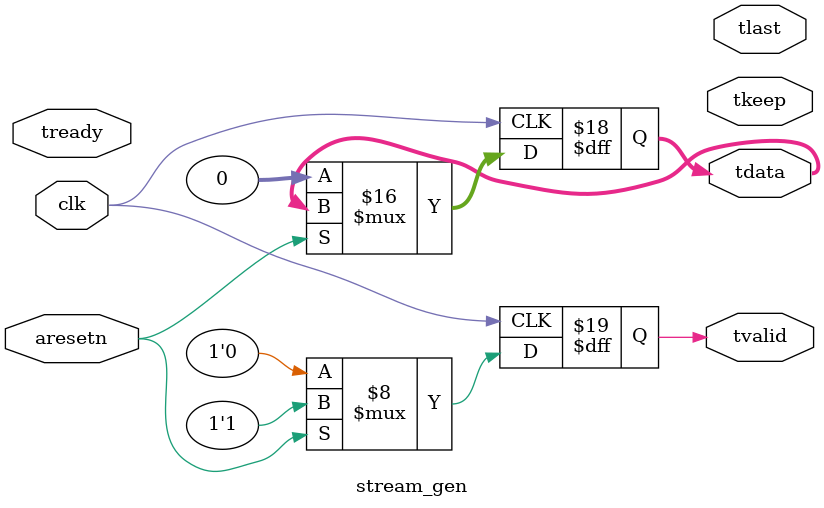
<source format=sv>
module stream_gen (
    input   logic           clk,
    input   logic           aresetn,
    output  logic [31:0]    tdata,
    output  logic  [3:0]    tkeep,
    output  logic           tlast,
    input   logic           tready,
    output  logic           tvalid   
);

    always_ff @(posedge clk) begin
        if (0 == aresetn) begin
            tvalid <= 0;
            tdata <= 0;
        end else begin
            tvalid <= 1;
            if ( (1==tvalid) && (1==tready) ) begin
                dtata <= tdata + 1;
            end
        end
    end

endmodule


</source>
